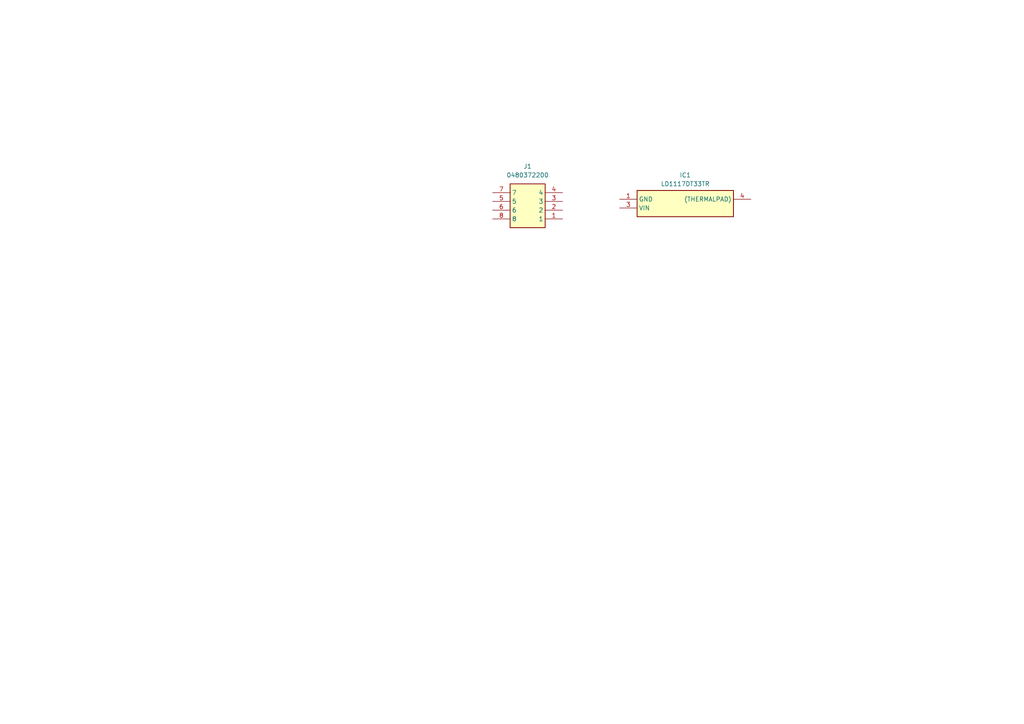
<source format=kicad_sch>
(kicad_sch (version 20230121) (generator eeschema)
  (paper "A4")
  (title_block (title "pcb103") (date "2023-09-17") (rev "0.1") (company "pvv"))
  (lib_symbols
    (symbol "New_Library:0480372200"
      (property "Reference" "J" (at 16.51 7.62 0))
      (property "Value" "0480372200" (at 16.51 5.08 0))
      (symbol "0480372200_1_1"
        (rectangle (start 5.08 2.54) (end 15.24 -10.16) (stroke (width 0.254)) (fill (type background)))
        (pin passive line (at 20.32 -7.62 180) (length 5.08) (name "1") (number "1"))
        (pin passive line (at 20.32 -5.08 180) (length 5.08) (name "2") (number "2"))
        (pin passive line (at 20.32 -2.54 180) (length 5.08) (name "3") (number "3"))
        (pin passive line (at 20.32 0 180) (length 5.08) (name "4") (number "4"))
        (pin passive line (at 0 -2.54 0) (length 5.08) (name "5") (number "5"))
        (pin passive line (at 0 -5.08 0) (length 5.08) (name "6") (number "6"))
        (pin passive line (at 0 0 0) (length 5.08) (name "7") (number "7"))
        (pin passive line (at 0 -7.62 0) (length 5.08) (name "8") (number "8"))
      )
    )
    (symbol "New_Library:LD1117DT33TR"
      (property "Reference" "IC" (at 34.29 7.62 0))
      (property "Value" "LD1117DT33TR" (at 34.29 5.08 0))
      (symbol "LD1117DT33TR_1_1"
        (rectangle (start 5.08 2.54) (end 33.02 -5.08) (stroke (width 0.254)) (fill (type background)))
        (pin input line (at 0 0 0) (length 5.08) (name "GND") (number "1"))
        (pin output line (at 0 -2.54 0) (length 5.08) (name "VIN") (number "3"))
        (pin output line (at 38.1 0 180) (length 5.08) (name "(THERMALPAD)") (number "4"))
      )
    )
  )
  (symbol (lib_id "New_Library:LD1117DT33TR") (at 179.705 57.785 0) (unit 1)
    (property "Reference" "IC1" (at 198.755 50.8 0))
    (property "Value" "LD1117DT33TR" (at 198.755 53.34 0))
    (property "Footprint" "Library:TO228P972X240-3N" (effects hide))
    (property "Datasheet" "http://www.st.com/web/en/resource/technical/document/datasheet/CD00000544.pdf" (effects hide))
    (property "Height" "2.4" (effects hide))
    (property "Manufacturer_Name" "STMicroelectronics" (effects hide))
    (property "Manufacturer_Part_Number" "LD1117DT33TR" (effects hide))
    (property "Mouser Part Number" "511-LD1117DT33-TR" (effects hide))
    (property "Mouser Price/Stock" "https://www.mouser.co.uk/ProductDetail/STMicroelectronics/LD1117DT33TR?qs=4JhUBQGAOSd4P5jVYGxp2g%3D%3D" (effects hide))
    (property "Arrow Part Number" "LD1117DT33TR" (effects hide))
    (property "Arrow Price/Stock" "https://www.arrow.com/en/products/ld1117dt33tr/stmicroelectronics?region=nac" (effects hide))
  )
  (symbol (lib_id "New_Library:0480372200") (at 142.875 55.88 0) (unit 1)
    (property "Reference" "J1" (at 153.035 48.26 0))
    (property "Value" "0480372200" (at 153.035 50.8 0))
    (property "Footprint" "Library:0480372200" (effects hide))
    (property "Datasheet" "https://www.molex.com/pdm_docs/sd/480372200_sd.pdf" (effects hide))
    (property "Height" "4" (effects hide))
    (property "Manufacturer_Name" "Molex" (effects hide))
    (property "Manufacturer_Part_Number" "0480372200" (effects hide))
    (property "Mouser Part Number" "N/A" (effects hide))
    (property "Mouser Price/Stock" "https://www.mouser.co.uk/ProductDetail/Molex/0480372200?qs=PBcRNPEHKspH5weIJRN3iw%3D%3D" (effects hide))
    (property "Arrow Part Number" "0480372200" (effects hide))
    (property "Arrow Price/Stock" "https://www.arrow.com/en/products/0480372200/molex?region=nac" (effects hide))
  )
)
</source>
